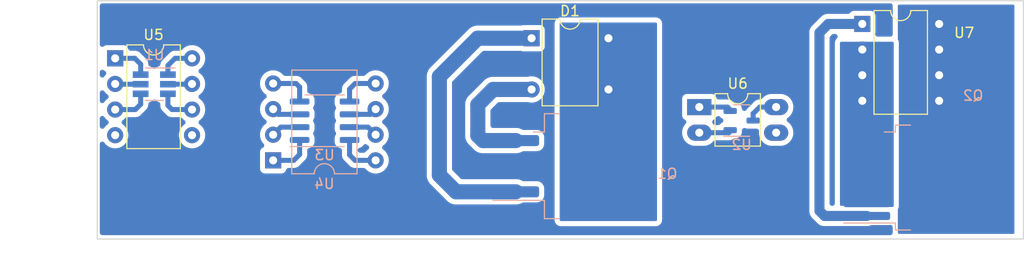
<source format=kicad_pcb>
(kicad_pcb (version 20221018) (generator pcbnew)
  (layers (0 "F.Cu" signal) (31 "B.Cu" signal) (34 "B.Paste" user) (35 "F.Paste" user) (36 "B.SilkS" user "B.Silkscreen") (37 "F.SilkS" user "F.Silkscreen") (38 "B.Mask" user) (39 "F.Mask" user) (44 "Edge.Cuts" user))
  (net 0 "")
  (net 1 "/d2pak-1")
  (net 2 "/d2pak-3")
  (net 3 "/d2pak-2")
  (net 4 "/sot-6-1")
  (net 5 "/sot-6-2")
  (net 6 "/sot-6-3")
  (net 7 "/sot-6-4")
  (net 8 "/sot-6-5")
  (net 9 "/sot-6-6")
  (net 10 "/sot-23-3-1")
  (net 11 "/sot-23-3-2")
  (net 12 "/sot-23-3-3")
  (net 13 "/soic-8-1")
  (net 14 "/soic-8-2")
  (net 15 "/soic-8-3")
  (net 16 "/soic-8-4")
  (net 17 "/soic-8-5")
  (net 18 "/soic-8-6")
  (net 19 "/soic-8-7")
  (net 20 "/soic-8-8")
  (net 24 "/d2pak-6-1")
  (net 25 "/d2pak-6-2")
  (net 26 "/d2pak-6-3")
  (footprint "Package_DIP:DIP-8_W7.62mm" (layer "F.Cu") (at 22.098 21.709)
    (fp_text reference "U5" (at 3.81 -2.33) (layer "F.SilkS"))
    (fp_text value "TLC555xP")
    (fp_line (start 1.16 -1.33) (end 1.16 8.95) (stroke (width 0.12)) (layer "F.SilkS"))
    (fp_line (start 1.16 8.95) (end 6.46 8.95) (stroke (width 0.12)) (layer "F.SilkS"))
    (fp_line (start 2.81 -1.33) (end 1.16 -1.33) (stroke (width 0.12)) (layer "F.SilkS"))
    (fp_line (start 6.46 -1.33) (end 4.81 -1.33) (stroke (width 0.12)) (layer "F.SilkS"))
    (fp_line (start 6.46 8.95) (end 6.46 -1.33) (stroke (width 0.12)) (layer "F.SilkS"))
    (fp_arc (start 4.81 -1.33) (mid 3.81 -0.33) (end 2.81 -1.33) (stroke (width 0.12)) (layer "F.SilkS"))
    (pad "1" thru_hole rect (at 0 0) (size 1.6 1.6) (drill 0.8) (layers "*.Cu" "*.Mask") (net 9 "/sot-6-6"))
    (pad "2" thru_hole oval (at 0 2.54) (size 1.6 1.6) (drill 0.8) (layers "*.Cu" "*.Mask") (net 8 "/sot-6-5"))
    (pad "3" thru_hole oval (at 0 5.08) (size 1.6 1.6) (drill 0.8) (layers "*.Cu" "*.Mask") (net 7 "/sot-6-4"))
    (pad "4" thru_hole oval (at 0 7.62) (size 1.6 1.6) (drill 0.8) (layers "*.Cu" "*.Mask"))
    (pad "5" thru_hole oval (at 7.62 7.62) (size 1.6 1.6) (drill 0.8) (layers "*.Cu" "*.Mask"))
    (pad "6" thru_hole oval (at 7.62 5.08) (size 1.6 1.6) (drill 0.8) (layers "*.Cu" "*.Mask") (net 6 "/sot-6-3"))
    (pad "7" thru_hole oval (at 7.62 2.54) (size 1.6 1.6) (drill 0.8) (layers "*.Cu" "*.Mask") (net 5 "/sot-6-2"))
    (pad "8" thru_hole oval (at 7.62 0) (size 1.6 1.6) (drill 0.8) (layers "*.Cu" "*.Mask") (net 4 "/sot-6-1"))
  )
  (footprint "Package_DIP:DIP-8_W7.62mm" (layer "F.Cu") (at 96.171 18.302)
    (fp_text reference "U7" (at 10.104 0.875) (layer "F.SilkS"))
    (fp_text value "TLC555xP")
    (fp_line (start 1.16 -1.33) (end 1.16 8.95) (stroke (width 0.12)) (layer "F.SilkS"))
    (fp_line (start 1.16 8.95) (end 6.46 8.95) (stroke (width 0.12)) (layer "F.SilkS"))
    (fp_line (start 2.81 -1.33) (end 1.16 -1.33) (stroke (width 0.12)) (layer "F.SilkS"))
    (fp_line (start 6.46 -1.33) (end 4.81 -1.33) (stroke (width 0.12)) (layer "F.SilkS"))
    (fp_line (start 6.46 8.95) (end 6.46 -1.33) (stroke (width 0.12)) (layer "F.SilkS"))
    (fp_arc (start 4.81 -1.33) (mid 3.81 -0.33) (end 2.81 -1.33) (stroke (width 0.12)) (layer "F.SilkS"))
    (pad "1" thru_hole rect (at 0 0) (size 1.6 1.6) (drill 0.8) (layers "*.Cu" "*.Mask") (net 24 "/d2pak-6-1"))
    (pad "2" thru_hole oval (at 0 2.54) (size 1.6 1.6) (drill 0.8) (layers "*.Cu" "*.Mask") (net 26 "/d2pak-6-3"))
    (pad "3" thru_hole oval (at 0 5.08) (size 1.6 1.6) (drill 0.8) (layers "*.Cu" "*.Mask") (net 26 "/d2pak-6-3"))
    (pad "4" thru_hole oval (at 0 7.62) (size 1.6 1.6) (drill 0.8) (layers "*.Cu" "*.Mask") (net 26 "/d2pak-6-3"))
    (pad "5" thru_hole oval (at 7.62 7.62) (size 1.6 1.6) (drill 0.8) (layers "*.Cu" "*.Mask") (net 25 "/d2pak-6-2"))
    (pad "6" thru_hole oval (at 7.62 5.08) (size 1.6 1.6) (drill 0.8) (layers "*.Cu" "*.Mask") (net 25 "/d2pak-6-2"))
    (pad "7" thru_hole oval (at 7.62 2.54) (size 1.6 1.6) (drill 0.8) (layers "*.Cu" "*.Mask") (net 25 "/d2pak-6-2"))
    (pad "8" thru_hole oval (at 7.62 0) (size 1.6 1.6) (drill 0.8) (layers "*.Cu" "*.Mask") (net 25 "/d2pak-6-2"))
  )
  (footprint "Package_DIP:DIP-4_W7.62mm_LongPads" (layer "F.Cu") (at 80.01 26.543)
    (fp_text reference "U6" (at 3.81 -2.33) (layer "F.SilkS"))
    (fp_text value "EL814")
    (fp_line (start 1.56 -1.33) (end 1.56 3.87) (stroke (width 0.12)) (layer "F.SilkS"))
    (fp_line (start 1.56 3.87) (end 6.06 3.87) (stroke (width 0.12)) (layer "F.SilkS"))
    (fp_line (start 2.81 -1.33) (end 1.56 -1.33) (stroke (width 0.12)) (layer "F.SilkS"))
    (fp_line (start 6.06 -1.33) (end 4.81 -1.33) (stroke (width 0.12)) (layer "F.SilkS"))
    (fp_line (start 6.06 3.87) (end 6.06 -1.33) (stroke (width 0.12)) (layer "F.SilkS"))
    (fp_arc (start 4.81 -1.33) (mid 3.81 -0.33) (end 2.81 -1.33) (stroke (width 0.12)) (layer "F.SilkS"))
    (pad "1" thru_hole rect (at 0 0) (size 2.4 1.6) (drill 0.8) (layers "*.Cu" "*.Mask") (net 11 "/sot-23-3-2"))
    (pad "2" thru_hole oval (at 0 2.54) (size 2.4 1.6) (drill 0.8) (layers "*.Cu" "*.Mask") (net 10 "/sot-23-3-1"))
    (pad "3" thru_hole oval (at 7.62 2.54) (size 2.4 1.6) (drill 0.8) (layers "*.Cu" "*.Mask"))
    (pad "4" thru_hole oval (at 7.62 0) (size 2.4 1.6) (drill 0.8) (layers "*.Cu" "*.Mask") (net 12 "/sot-23-3-3"))
  )
  (footprint "Diode_THT:Diode_Bridge_DIP-4_W7.62mm_P5.08mm" (layer "F.Cu") (at 63.385 19.717)
    (fp_text reference "D1" (at 3.8 -2.7) (layer "F.SilkS"))
    (fp_text value "B40C800DM")
    (fp_line (start 1.04 -1.9) (end 1.04 6.7) (stroke (width 0.12)) (layer "F.SilkS"))
    (fp_line (start 1.04 6.7) (end 6.58 6.7) (stroke (width 0.12)) (layer "F.SilkS"))
    (fp_line (start 2.81 -1.9) (end 1.04 -1.9) (stroke (width 0.12)) (layer "F.SilkS"))
    (fp_line (start 6.58 -1.9) (end 4.81 -1.9) (stroke (width 0.12)) (layer "F.SilkS"))
    (fp_line (start 6.58 6.7) (end 6.58 -1.9) (stroke (width 0.12)) (layer "F.SilkS"))
    (fp_arc (start 4.81 -1.9) (mid 3.81 -0.9) (end 2.81 -1.9) (stroke (width 0.12)) (layer "F.SilkS"))
    (pad "1" thru_hole rect (at 0 0) (size 1.6 1.6) (drill 0.8) (layers "*.Cu" "*.Mask") (net 1 "/d2pak-1"))
    (pad "2" thru_hole oval (at 0 5.08) (size 1.6 1.6) (drill 0.8) (layers "*.Cu" "*.Mask") (net 2 "/d2pak-3"))
    (pad "3" thru_hole oval (at 7.62 5.08) (size 1.6 1.6) (drill 0.8) (layers "*.Cu" "*.Mask") (net 3 "/d2pak-2"))
    (pad "4" thru_hole oval (at 7.62 0) (size 1.6 1.6) (drill 0.8) (layers "*.Cu" "*.Mask") (net 3 "/d2pak-2"))
  )
  (footprint "Package_TO_SOT_SMD:SOT-23-6_Handsoldering" (layer "B.Cu") (at 25.977 24.276 180)
    (fp_text reference "U1" (at 0 2.9) (layer "B.SilkS") (effects (justify mirror)))
    (fp_text value "IRS10752LPbF")
    (fp_line (start -0.9 -1.61) (end 0.9 -1.61) (stroke (width 0.12)) (layer "B.SilkS"))
    (fp_line (start 0.9 1.61) (end -2.05 1.61) (stroke (width 0.12)) (layer "B.SilkS"))
    (pad "1" smd rect (at -1.35 0.95 180) (size 1.56 0.65) (layers "B.Cu" "B.Paste" "B.Mask") (net 4 "/sot-6-1"))
    (pad "2" smd rect (at -1.35 0 180) (size 1.56 0.65) (layers "B.Cu" "B.Paste" "B.Mask") (net 5 "/sot-6-2"))
    (pad "3" smd rect (at -1.35 -0.95 180) (size 1.56 0.65) (layers "B.Cu" "B.Paste" "B.Mask") (net 6 "/sot-6-3"))
    (pad "4" smd rect (at 1.35 -0.95 180) (size 1.56 0.65) (layers "B.Cu" "B.Paste" "B.Mask") (net 7 "/sot-6-4"))
    (pad "5" smd rect (at 1.35 0 180) (size 1.56 0.65) (layers "B.Cu" "B.Paste" "B.Mask") (net 8 "/sot-6-5"))
    (pad "6" smd rect (at 1.35 0.95 180) (size 1.56 0.65) (layers "B.Cu" "B.Paste" "B.Mask") (net 9 "/sot-6-6"))
  )
  (footprint "LIB:AUIRF2804S TO-263-6" (layer "B.Cu") (at 104.279 33.528)
    (fp_text reference "Q2" (at 2.885 -8.128) (layer "B.SilkS") (effects (justify mirror)))
    (fp_text value "AUIRF2804S")
    (fp_line (start -4.825 -5.2) (end -4.825 -4.51) (stroke (width 0.12)) (layer "B.SilkS"))
    (fp_line (start -4.825 -4.51) (end -5.925 -4.51) (stroke (width 0.12)) (layer "B.SilkS"))
    (fp_line (start -4.825 4.51) (end -9.95 4.51) (stroke (width 0.12)) (layer "B.SilkS"))
    (fp_line (start -4.825 5.2) (end -4.825 4.51) (stroke (width 0.12)) (layer "B.SilkS"))
    (fp_line (start -3.325 -5.2) (end -4.825 -5.2) (stroke (width 0.12)) (layer "B.SilkS"))
    (fp_line (start -3.325 5.2) (end -4.825 5.2) (stroke (width 0.12)) (layer "B.SilkS"))
    (pad "1" smd roundrect (at -7.65 3.81) (size 4.6 0.8) (layers "B.Cu" "B.Paste" "B.Mask") (net 24 "/d2pak-6-1"))
    (pad "2" smd roundrect (at -0.925 -2.775) (size 4.55 5.25) (layers "B.Cu" "B.Paste") (roundrect_rratio 0.05494505495) (net 25 "/d2pak-6-2"))
    (pad "2" smd roundrect (at -0.925 2.775) (size 4.55 5.25) (layers "B.Cu" "B.Paste") (roundrect_rratio 0.05494505495) (net 25 "/d2pak-6-2"))
    (pad "2" smd roundrect (at 1.5 0) (size 9.4 10.8) (layers "B.Cu" "B.Mask") (roundrect_rratio 0.02659595745) (net 25 "/d2pak-6-2"))
    (pad "2" smd roundrect (at 3.925 -2.775) (size 4.55 5.25) (layers "B.Cu" "B.Paste") (roundrect_rratio 0.05494505495) (net 25 "/d2pak-6-2"))
    (pad "2" smd roundrect (at 3.925 2.775) (size 4.55 5.25) (layers "B.Cu" "B.Paste") (roundrect_rratio 0.05494505495) (net 25 "/d2pak-6-2"))
    (pad "3" smd roundrect (at -7.65 -3.81) (size 4.6 0.8) (layers "B.Cu" "B.Paste" "B.Mask") (net 26 "/d2pak-6-3"))
    (pad "3" smd roundrect (at -7.65 -2.54) (size 4.6 0.8) (layers "B.Cu" "B.Paste" "B.Mask") (net 26 "/d2pak-6-3"))
    (pad "3" smd roundrect (at -7.65 -1.27) (size 4.6 0.8) (layers "B.Cu" "B.Paste" "B.Mask") (net 26 "/d2pak-6-3"))
    (pad "3" smd roundrect (at -7.65 1.27) (size 4.6 0.8) (layers "B.Cu" "B.Paste" "B.Mask") (net 26 "/d2pak-6-3"))
    (pad "3" smd roundrect (at -7.65 2.54) (size 4.6 0.8) (layers "B.Cu" "B.Paste" "B.Mask") (net 26 "/d2pak-6-3"))
  )
  (footprint "Package_DIP:DIP-8_W10.16mm" (layer "B.Cu") (at 37.761 31.825)
    (fp_text reference "U4" (at 5.08 2.33) (layer "B.SilkS") (effects (justify mirror)))
    (fp_text value "TLC555xP")
    (fp_line (start 1.845 -8.95) (end 8.315 -8.95) (stroke (width 0.12)) (layer "B.SilkS"))
    (fp_line (start 1.845 1.33) (end 1.845 -8.95) (stroke (width 0.12)) (layer "B.SilkS"))
    (fp_line (start 4.08 1.33) (end 1.845 1.33) (stroke (width 0.12)) (layer "B.SilkS"))
    (fp_line (start 8.315 -8.95) (end 8.315 1.33) (stroke (width 0.12)) (layer "B.SilkS"))
    (fp_line (start 8.315 1.33) (end 6.08 1.33) (stroke (width 0.12)) (layer "B.SilkS"))
    (fp_arc (start 4.08 1.33) (mid 5.08 0.33) (end 6.08 1.33) (stroke (width 0.12)) (layer "B.SilkS"))
    (pad "1" thru_hole rect (at 0 0) (size 1.6 1.6) (drill 0.8) (layers "*.Cu" "*.Mask") (net 13 "/soic-8-1"))
    (pad "2" thru_hole oval (at 0 -2.54) (size 1.6 1.6) (drill 0.8) (layers "*.Cu" "*.Mask") (net 14 "/soic-8-2"))
    (pad "3" thru_hole oval (at 0 -5.08) (size 1.6 1.6) (drill 0.8) (layers "*.Cu" "*.Mask") (net 15 "/soic-8-3"))
    (pad "4" thru_hole oval (at 0 -7.62) (size 1.6 1.6) (drill 0.8) (layers "*.Cu" "*.Mask") (net 16 "/soic-8-4"))
    (pad "5" thru_hole oval (at 10.16 -7.62) (size 1.6 1.6) (drill 0.8) (layers "*.Cu" "*.Mask") (net 17 "/soic-8-5"))
    (pad "6" thru_hole oval (at 10.16 -5.08) (size 1.6 1.6) (drill 0.8) (layers "*.Cu" "*.Mask") (net 18 "/soic-8-6"))
    (pad "7" thru_hole oval (at 10.16 -2.54) (size 1.6 1.6) (drill 0.8) (layers "*.Cu" "*.Mask") (net 19 "/soic-8-7"))
    (pad "8" thru_hole oval (at 10.16 0) (size 1.6 1.6) (drill 0.8) (layers "*.Cu" "*.Mask") (net 20 "/soic-8-8"))
  )
  (footprint "Package_TO_SOT_SMD:SOT-23-3" (layer "B.Cu") (at 84.2105 27.878999)
    (fp_text reference "U2" (at 0 2.4) (layer "B.SilkS") (effects (justify mirror)))
    (fp_text value "P0102BL")
    (fp_line (start 0 -1.56) (end -0.8 -1.56) (stroke (width 0.12)) (layer "B.SilkS"))
    (fp_line (start 0 -1.56) (end 0.8 -1.56) (stroke (width 0.12)) (layer "B.SilkS"))
    (fp_line (start 0 1.56) (end -1.8 1.56) (stroke (width 0.12)) (layer "B.SilkS"))
    (fp_line (start 0 1.56) (end 0.8 1.56) (stroke (width 0.12)) (layer "B.SilkS"))
    (pad "1" smd roundrect (at -1.1375 0.95) (size 1.325 0.6) (layers "B.Cu" "B.Paste" "B.Mask") (net 10 "/sot-23-3-1"))
    (pad "2" smd roundrect (at -1.1375 -0.95) (size 1.325 0.6) (layers "B.Cu" "B.Paste" "B.Mask") (net 11 "/sot-23-3-2"))
    (pad "3" smd roundrect (at 1.1375 0) (size 1.325 0.6) (layers "B.Cu" "B.Paste" "B.Mask") (net 12 "/sot-23-3-3"))
  )
  (footprint "Package_TO_SOT_SMD:TO-263-2" (layer "B.Cu") (at 69.481 32.404)
    (fp_text reference "Q1" (at 7.354 0.743) (layer "B.SilkS") (effects (justify mirror)))
    (fp_text value "IRFB3004PbF")
    (fp_line (start -4.825 -5.2) (end -4.825 -3.39) (stroke (width 0.12)) (layer "B.SilkS"))
    (fp_line (start -4.825 -3.39) (end -5.925 -3.39) (stroke (width 0.12)) (layer "B.SilkS"))
    (fp_line (start -4.825 3.39) (end -9.95 3.39) (stroke (width 0.12)) (layer "B.SilkS"))
    (fp_line (start -4.825 5.2) (end -4.825 3.39) (stroke (width 0.12)) (layer "B.SilkS"))
    (fp_line (start -3.325 -5.2) (end -4.825 -5.2) (stroke (width 0.12)) (layer "B.SilkS"))
    (fp_line (start -3.325 5.2) (end -4.825 5.2) (stroke (width 0.12)) (layer "B.SilkS"))
    (pad "1" smd roundrect (at -7.65 2.54) (size 4.6 1.1) (layers "B.Cu" "B.Paste" "B.Mask") (roundrect_rratio 0.2272727273) (net 1 "/d2pak-1"))
    (pad "2" smd roundrect (at -0.925 -2.775) (size 4.55 5.25) (layers "B.Cu" "B.Paste") (roundrect_rratio 0.05494505495) (net 3 "/d2pak-2"))
    (pad "2" smd roundrect (at -0.925 2.775) (size 4.55 5.25) (layers "B.Cu" "B.Paste") (roundrect_rratio 0.05494505495) (net 3 "/d2pak-2"))
    (pad "2" smd roundrect (at 1.5 0) (size 9.4 10.8) (layers "B.Cu" "B.Mask") (roundrect_rratio 0.02659595745) (net 3 "/d2pak-2"))
    (pad "2" smd roundrect (at 3.925 -2.775) (size 4.55 5.25) (layers "B.Cu" "B.Paste") (roundrect_rratio 0.05494505495) (net 3 "/d2pak-2"))
    (pad "2" smd roundrect (at 3.925 2.775) (size 4.55 5.25) (layers "B.Cu" "B.Paste") (roundrect_rratio 0.05494505495) (net 3 "/d2pak-2"))
    (pad "3" smd roundrect (at -7.65 -2.54) (size 4.6 1.1) (layers "B.Cu" "B.Paste" "B.Mask") (roundrect_rratio 0.2272727273) (net 2 "/d2pak-3"))
  )
  (footprint "Package_SO:SOIC-8_3.9x4.9mm_P1.27mm" (layer "B.Cu") (at 42.861 27.898)
    (fp_text reference "U3" (at 0 3.4) (layer "B.SilkS") (effects (justify mirror)))
    (fp_text value "TLC555xD")
    (fp_line (start 0 -2.56) (end -1.95 -2.56) (stroke (width 0.12)) (layer "B.SilkS"))
    (fp_line (start 0 -2.56) (end 1.95 -2.56) (stroke (width 0.12)) (layer "B.SilkS"))
    (fp_line (start 0 2.56) (end -3.45 2.56) (stroke (width 0.12)) (layer "B.SilkS"))
    (fp_line (start 0 2.56) (end 1.95 2.56) (stroke (width 0.12)) (layer "B.SilkS"))
    (pad "1" smd roundrect (at -2.475 1.905) (size 1.95 0.6) (layers "B.Cu" "B.Paste" "B.Mask") (net 13 "/soic-8-1"))
    (pad "2" smd roundrect (at -2.475 0.635) (size 1.95 0.6) (layers "B.Cu" "B.Paste" "B.Mask") (net 14 "/soic-8-2"))
    (pad "3" smd roundrect (at -2.475 -0.635) (size 1.95 0.6) (layers "B.Cu" "B.Paste" "B.Mask") (net 15 "/soic-8-3"))
    (pad "4" smd roundrect (at -2.475 -1.905) (size 1.95 0.6) (layers "B.Cu" "B.Paste" "B.Mask") (net 16 "/soic-8-4"))
    (pad "5" smd roundrect (at 2.475 -1.905) (size 1.95 0.6) (layers "B.Cu" "B.Paste" "B.Mask") (net 17 "/soic-8-5"))
    (pad "6" smd roundrect (at 2.475 -0.635) (size 1.95 0.6) (layers "B.Cu" "B.Paste" "B.Mask") (net 18 "/soic-8-6"))
    (pad "7" smd roundrect (at 2.475 0.635) (size 1.95 0.6) (layers "B.Cu" "B.Paste" "B.Mask") (net 19 "/soic-8-7"))
    (pad "8" smd roundrect (at 2.475 1.905) (size 1.95 0.6) (layers "B.Cu" "B.Paste" "B.Mask") (net 20 "/soic-8-8"))
  )
  (gr_rect (start 20.32 16.002) (end 112.141 39.624) (stroke (width 0.1)) (fill none) (layer "Edge.Cuts"))
  (segment (start 63.385 19.717) (end 58.038 19.717) (width 1.5) (layer "B.Cu") (net 1))
  (segment (start 58.038 19.717) (end 54.241 23.514) (width 1.5) (layer "B.Cu") (net 1))
  (segment (start 54.241 33.293) (end 55.892 34.944) (width 1.5) (layer "B.Cu") (net 1))
  (segment (start 54.241 23.514) (end 54.241 33.293) (width 1.5) (layer "B.Cu") (net 1))
  (segment (start 55.892 34.944) (end 61.831 34.944) (width 1.5) (layer "B.Cu") (net 1))
  (segment (start 58.559 29.864) (end 58.051 29.356) (width 1.5) (layer "B.Cu") (net 2))
  (segment (start 59.562 24.797) (end 63.385 24.797) (width 1.5) (layer "B.Cu") (net 2))
  (segment (start 61.831 29.864) (end 58.559 29.864) (width 1.5) (layer "B.Cu") (net 2))
  (segment (start 58.051 29.356) (end 58.051 26.308) (width 1.5) (layer "B.Cu") (net 2))
  (segment (start 58.051 26.308) (end 59.562 24.797) (width 1.5) (layer "B.Cu") (net 2))
  (segment (start 70.981 24.821) (end 71.005 24.797) (width 1.5) (layer "B.Cu") (net 3))
  (segment (start 71.005 24.797) (end 71.005 19.717) (width 1.5) (layer "B.Cu") (net 3))
  (segment (start 70.981 32.404) (end 70.981 24.821) (width 1.5) (layer "B.Cu") (net 3))
  (segment (start 28.036 21.709) (end 29.718 21.709) (width 0.5) (layer "B.Cu") (net 4))
  (segment (start 27.327 22.418) (end 28.036 21.709) (width 0.5) (layer "B.Cu") (net 4))
  (segment (start 27.327 23.326) (end 27.327 22.418) (width 0.5) (layer "B.Cu") (net 4))
  (segment (start 27.327 24.276) (end 29.691 24.276) (width 0.5) (layer "B.Cu") (net 5))
  (segment (start 29.691 24.276) (end 29.718 24.249) (width 0.5) (layer "B.Cu") (net 5))
  (segment (start 27.327 26.388) (end 27.728 26.789) (width 0.5) (layer "B.Cu") (net 6))
  (segment (start 27.327 25.226) (end 27.327 26.388) (width 0.5) (layer "B.Cu") (net 6))
  (segment (start 27.728 26.789) (end 29.718 26.789) (width 0.5) (layer "B.Cu") (net 6))
  (segment (start 24.627 25.226) (end 24.627 26.261) (width 0.5) (layer "B.Cu") (net 7))
  (segment (start 24.099 26.789) (end 22.098 26.789) (width 0.5) (layer "B.Cu") (net 7))
  (segment (start 24.627 26.261) (end 24.099 26.789) (width 0.5) (layer "B.Cu") (net 7))
  (segment (start 24.627 24.276) (end 22.125 24.276) (width 0.5) (layer "B.Cu") (net 8))
  (segment (start 22.125 24.276) (end 22.098 24.249) (width 0.5) (layer "B.Cu") (net 8))
  (segment (start 24.627 23.326) (end 24.627 22.291) (width 0.5) (layer "B.Cu") (net 9))
  (segment (start 24.627 22.291) (end 24.045 21.709) (width 0.5) (layer "B.Cu") (net 9))
  (segment (start 24.045 21.709) (end 22.098 21.709) (width 0.5) (layer "B.Cu") (net 9))
  (segment (start 83.073 28.961) (end 82.951 29.083) (width 0.5) (layer "B.Cu") (net 10))
  (segment (start 82.951 29.083) (end 80.01 29.083) (width 0.5) (layer "B.Cu") (net 10))
  (segment (start 83.073 28.828999) (end 83.073 28.961) (width 0.5) (layer "B.Cu") (net 10))
  (segment (start 83.073 26.928999) (end 83.073 26.802) (width 0.5) (layer "B.Cu") (net 11))
  (segment (start 83.073 26.802) (end 82.814 26.543) (width 0.5) (layer "B.Cu") (net 11))
  (segment (start 82.814 26.543) (end 80.01 26.543) (width 0.5) (layer "B.Cu") (net 11))
  (segment (start 85.348 27.194) (end 85.999 26.543) (width 0.5) (layer "B.Cu") (net 12))
  (segment (start 85.999 26.543) (end 87.63 26.543) (width 0.5) (layer "B.Cu") (net 12))
  (segment (start 85.348 27.878999) (end 85.348 27.194) (width 0.5) (layer "B.Cu") (net 12))
  (segment (start 39.803 31.825) (end 37.761 31.825) (width 0.5) (layer "B.Cu") (net 13))
  (segment (start 40.386 31.242) (end 39.803 31.825) (width 0.5) (layer "B.Cu") (net 13))
  (segment (start 40.386 29.803) (end 40.386 31.242) (width 0.5) (layer "B.Cu") (net 13))
  (segment (start 38.513 28.533) (end 37.761 29.285) (width 0.5) (layer "B.Cu") (net 14))
  (segment (start 40.386 28.533) (end 38.513 28.533) (width 0.5) (layer "B.Cu") (net 14))
  (segment (start 40.386 27.263) (end 38.279 27.263) (width 0.5) (layer "B.Cu") (net 15))
  (segment (start 38.279 27.263) (end 37.761 26.745) (width 0.5) (layer "B.Cu") (net 15))
  (segment (start 40.386 24.554) (end 40.037 24.205) (width 0.5) (layer "B.Cu") (net 16))
  (segment (start 40.386 25.993) (end 40.386 24.554) (width 0.5) (layer "B.Cu") (net 16))
  (segment (start 40.037 24.205) (end 37.761 24.205) (width 0.5) (layer "B.Cu") (net 16))
  (segment (start 45.899 24.205) (end 47.921 24.205) (width 0.5) (layer "B.Cu") (net 17))
  (segment (start 45.336 24.768) (end 45.899 24.205) (width 0.5) (layer "B.Cu") (net 17))
  (segment (start 45.336 25.993) (end 45.336 24.768) (width 0.5) (layer "B.Cu") (net 17))
  (segment (start 45.336 27.263) (end 47.403 27.263) (width 0.5) (layer "B.Cu") (net 18))
  (segment (start 47.403 27.263) (end 47.921 26.745) (width 0.5) (layer "B.Cu") (net 18))
  (segment (start 45.336 28.533) (end 47.169 28.533) (width 0.5) (layer "B.Cu") (net 19))
  (segment (start 47.169 28.533) (end 47.921 29.285) (width 0.5) (layer "B.Cu") (net 19))
  (segment (start 47.535 28.914) (end 47.926 29.305) (width 0.5) (layer "B.Cu") (net 19))
  (segment (start 45.879 31.825) (end 47.921 31.825) (width 0.5) (layer "B.Cu") (net 20))
  (segment (start 45.336 29.803) (end 45.336 31.282) (width 0.5) (layer "B.Cu") (net 20))
  (segment (start 45.336 31.282) (end 45.879 31.825) (width 0.5) (layer "B.Cu") (net 20))
  (segment (start 91.924 19.177) (end 91.924 36.83) (width 1) (layer "B.Cu") (net 24))
  (segment (start 92.432 37.338) (end 96.629 37.338) (width 1) (layer "B.Cu") (net 24))
  (segment (start 96.171 18.302) (end 92.799 18.302) (width 1) (layer "B.Cu") (net 24))
  (segment (start 91.924 36.83) (end 92.432 37.338) (width 1) (layer "B.Cu") (net 24))
  (segment (start 92.799 18.302) (end 91.924 19.177) (width 1) (layer "B.Cu") (net 24))
  (zone (net 0) (net_name "") (layer "B.Cu") (connect_pads yes (clearance 0.5)) (min_thickness 0.5) (fill yes (thermal_gap 0.5) (thermal_bridge_width 0.5) (island_removal_mode 1) (island_area_min 10))
    (polygon (pts (xy 20.574 16.256) (xy 20.574 39.243) (xy 111.76 39.243) (xy 111.76 16.256)))
  )
  (zone (net 25) (net_name "/d2pak-6-2") (layer "B.Cu") (priority 1) (connect_pads yes (clearance 0.5)) (min_thickness 0.25) (fill yes (thermal_gap 0.5) (thermal_bridge_width 0.5))
    (polygon (pts (xy 99.695 39.116) (xy 99.695 16.383) (xy 111.252 16.383) (xy 111.252 39.116)))
  )
  (zone (net 3) (net_name "/d2pak-2") (layer "B.Cu") (priority 3) (connect_pads yes (clearance 0.5)) (min_thickness 0.25) (fill yes (thermal_gap 0.5) (thermal_bridge_width 0.5) (island_removal_mode 1) (island_area_min 10))
    (polygon (pts (xy 66.167 37.846) (xy 66.167 18.161) (xy 75.819 18.161) (xy 75.819 37.846)))
  )
  (zone (net 26) (net_name "/d2pak-6-3") (layer "B.Cu") (priority 2) (connect_pads yes (clearance 0.5)) (min_thickness 0.25) (fill yes (thermal_gap 0.5) (thermal_bridge_width 0.5))
    (polygon (pts (xy 99.29 20.066) (xy 99.29 36.449) (xy 93.956 36.449) (xy 93.956 20.066)))
  )
)
</source>
